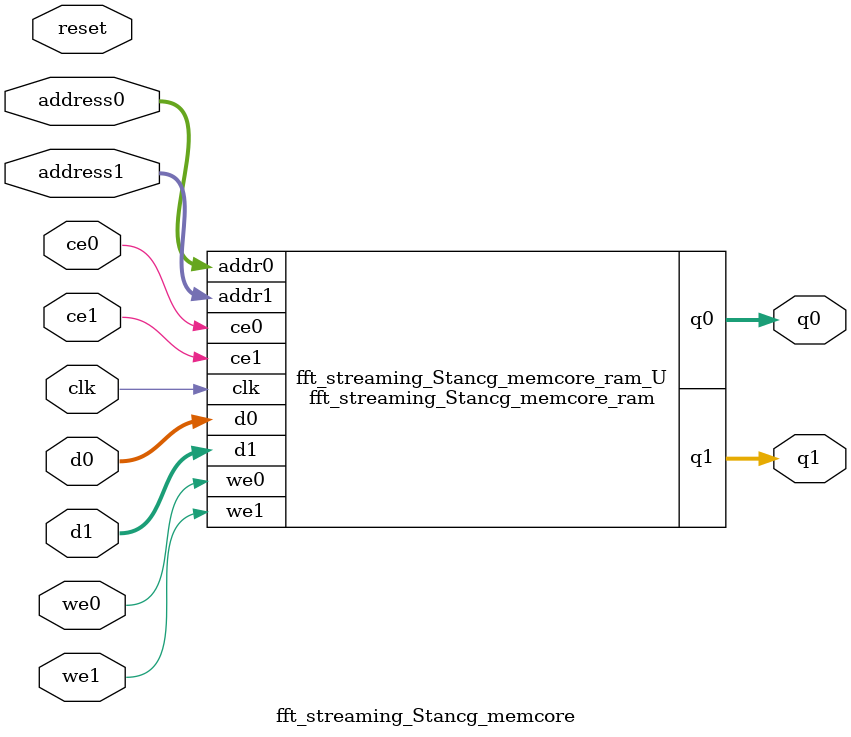
<source format=v>
`timescale 1 ns / 1 ps
module fft_streaming_Stancg_memcore_ram (addr0, ce0, d0, we0, q0, addr1, ce1, d1, we1, q1,  clk);

parameter DWIDTH = 22;
parameter AWIDTH = 10;
parameter MEM_SIZE = 1024;

input[AWIDTH-1:0] addr0;
input ce0;
input[DWIDTH-1:0] d0;
input we0;
output reg[DWIDTH-1:0] q0;
input[AWIDTH-1:0] addr1;
input ce1;
input[DWIDTH-1:0] d1;
input we1;
output reg[DWIDTH-1:0] q1;
input clk;

(* ram_style = "block" *)reg [DWIDTH-1:0] ram[0:MEM_SIZE-1];




always @(posedge clk)  
begin 
    if (ce0) begin
        if (we0) 
            ram[addr0] <= d0; 
        q0 <= ram[addr0];
    end
end


always @(posedge clk)  
begin 
    if (ce1) begin
        if (we1) 
            ram[addr1] <= d1; 
        q1 <= ram[addr1];
    end
end


endmodule

`timescale 1 ns / 1 ps
module fft_streaming_Stancg_memcore(
    reset,
    clk,
    address0,
    ce0,
    we0,
    d0,
    q0,
    address1,
    ce1,
    we1,
    d1,
    q1);

parameter DataWidth = 32'd22;
parameter AddressRange = 32'd1024;
parameter AddressWidth = 32'd10;
input reset;
input clk;
input[AddressWidth - 1:0] address0;
input ce0;
input we0;
input[DataWidth - 1:0] d0;
output[DataWidth - 1:0] q0;
input[AddressWidth - 1:0] address1;
input ce1;
input we1;
input[DataWidth - 1:0] d1;
output[DataWidth - 1:0] q1;



fft_streaming_Stancg_memcore_ram fft_streaming_Stancg_memcore_ram_U(
    .clk( clk ),
    .addr0( address0 ),
    .ce0( ce0 ),
    .we0( we0 ),
    .d0( d0 ),
    .q0( q0 ),
    .addr1( address1 ),
    .ce1( ce1 ),
    .we1( we1 ),
    .d1( d1 ),
    .q1( q1 ));

endmodule


</source>
